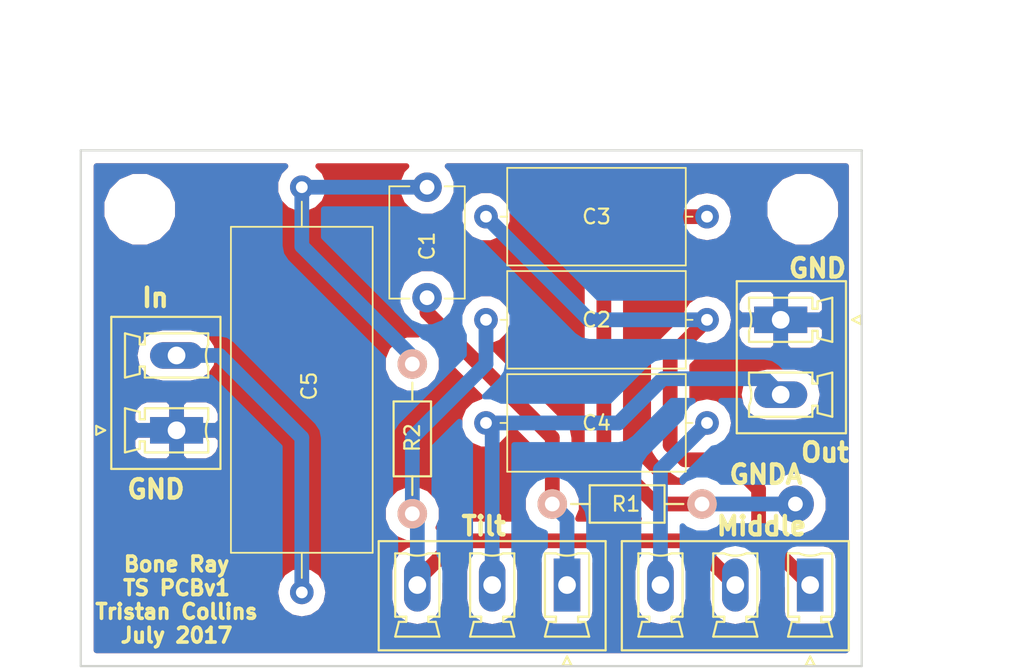
<source format=kicad_pcb>
(kicad_pcb (version 4) (host pcbnew 4.0.6)

  (general
    (links 16)
    (no_connects 0)
    (area 154.442857 87.3 227.85 132.225001)
    (thickness 1.6)
    (drawings 15)
    (tracks 45)
    (zones 0)
    (modules 14)
    (nets 10)
  )

  (page A4)
  (layers
    (0 F.Cu signal)
    (31 B.Cu signal)
    (32 B.Adhes user)
    (33 F.Adhes user)
    (34 B.Paste user)
    (35 F.Paste user)
    (36 B.SilkS user)
    (37 F.SilkS user)
    (38 B.Mask user)
    (39 F.Mask user)
    (40 Dwgs.User user)
    (41 Cmts.User user)
    (42 Eco1.User user)
    (43 Eco2.User user)
    (44 Edge.Cuts user)
    (45 Margin user)
    (46 B.CrtYd user)
    (47 F.CrtYd user)
    (48 B.Fab user)
    (49 F.Fab user)
  )

  (setup
    (last_trace_width 0.25)
    (user_trace_width 1)
    (user_trace_width 2)
    (trace_clearance 0.2)
    (zone_clearance 0.8)
    (zone_45_only no)
    (trace_min 0.2)
    (segment_width 0.2)
    (edge_width 0.15)
    (via_size 0.6)
    (via_drill 0.4)
    (via_min_size 0.4)
    (via_min_drill 0.3)
    (uvia_size 0.3)
    (uvia_drill 0.1)
    (uvias_allowed no)
    (uvia_min_size 0.2)
    (uvia_min_drill 0.1)
    (pcb_text_width 0.3)
    (pcb_text_size 1.5 1.5)
    (mod_edge_width 0.15)
    (mod_text_size 1 1)
    (mod_text_width 0.15)
    (pad_size 1.524 1.524)
    (pad_drill 0.762)
    (pad_to_mask_clearance 0.2)
    (aux_axis_origin 0 0)
    (visible_elements FFFEFF7F)
    (pcbplotparams
      (layerselection 0x010f0_80000001)
      (usegerberextensions false)
      (excludeedgelayer true)
      (linewidth 0.100000)
      (plotframeref false)
      (viasonmask false)
      (mode 1)
      (useauxorigin false)
      (hpglpennumber 1)
      (hpglpenspeed 20)
      (hpglpendiameter 15)
      (hpglpenoverlay 2)
      (psnegative false)
      (psa4output false)
      (plotreference false)
      (plotvalue false)
      (plotinvisibletext false)
      (padsonsilk false)
      (subtractmaskfromsilk false)
      (outputformat 1)
      (mirror false)
      (drillshape 0)
      (scaleselection 1)
      (outputdirectory ""))
  )

  (net 0 "")
  (net 1 "Net-(C1-Pad1)")
  (net 2 "Net-(C1-Pad2)")
  (net 3 "Net-(C2-Pad1)")
  (net 4 "Net-(C2-Pad2)")
  (net 5 GNDA)
  (net 6 "Net-(C4-Pad1)")
  (net 7 "Net-(C4-Pad2)")
  (net 8 GND)
  (net 9 "Net-(C5-Pad2)")

  (net_class Default "This is the default net class."
    (clearance 0.2)
    (trace_width 0.25)
    (via_dia 0.6)
    (via_drill 0.4)
    (uvia_dia 0.3)
    (uvia_drill 0.1)
    (add_net GND)
    (add_net GNDA)
    (add_net "Net-(C1-Pad1)")
    (add_net "Net-(C1-Pad2)")
    (add_net "Net-(C2-Pad1)")
    (add_net "Net-(C2-Pad2)")
    (add_net "Net-(C4-Pad1)")
    (add_net "Net-(C4-Pad2)")
    (add_net "Net-(C5-Pad2)")
  )

  (module Resistors_THT:Resistor_Horizontal_RM10mm (layer F.Cu) (tedit 5973B52C) (tstamp 59540571)
    (at 182.5 111.5 270)
    (descr "Resistor, Axial,  RM 10mm, 1/3W")
    (tags "Resistor Axial RM 10mm 1/3W")
    (path /5953EEE5)
    (fp_text reference R2 (at 5 0 270) (layer F.SilkS)
      (effects (font (size 1 1) (thickness 0.15)))
    )
    (fp_text value 470k (at 5.08 3.81 270) (layer F.Fab)
      (effects (font (size 1 1) (thickness 0.15)))
    )
    (fp_line (start -1.25 -1.5) (end 11.4 -1.5) (layer F.CrtYd) (width 0.05))
    (fp_line (start -1.25 1.5) (end -1.25 -1.5) (layer F.CrtYd) (width 0.05))
    (fp_line (start 11.4 -1.5) (end 11.4 1.5) (layer F.CrtYd) (width 0.05))
    (fp_line (start -1.25 1.5) (end 11.4 1.5) (layer F.CrtYd) (width 0.05))
    (fp_line (start 2.54 -1.27) (end 7.62 -1.27) (layer F.SilkS) (width 0.15))
    (fp_line (start 7.62 -1.27) (end 7.62 1.27) (layer F.SilkS) (width 0.15))
    (fp_line (start 7.62 1.27) (end 2.54 1.27) (layer F.SilkS) (width 0.15))
    (fp_line (start 2.54 1.27) (end 2.54 -1.27) (layer F.SilkS) (width 0.15))
    (fp_line (start 2.54 0) (end 1.27 0) (layer F.SilkS) (width 0.15))
    (fp_line (start 7.62 0) (end 8.89 0) (layer F.SilkS) (width 0.15))
    (pad 1 thru_hole circle (at 0 0 270) (size 1.99898 1.99898) (drill 1.00076) (layers *.Cu *.SilkS *.Mask)
      (net 1 "Net-(C1-Pad1)"))
    (pad 2 thru_hole circle (at 10.16 0 270) (size 1.99898 1.99898) (drill 1.00076) (layers *.Cu *.SilkS *.Mask)
      (net 3 "Net-(C2-Pad1)"))
    (model Resistors_ThroughHole.3dshapes/Resistor_Horizontal_RM10mm.wrl
      (at (xyz 0.2 0 0))
      (scale (xyz 0.4 0.4 0.4))
      (rotate (xyz 0 0 0))
    )
  )

  (module Connectors_Phoenix:PhoenixContact_MCV-G_02x5.08mm_Vertical (layer F.Cu) (tedit 595549B5) (tstamp 5954051B)
    (at 166.5 116 90)
    (descr "Generic Phoenix Contact connector footprint for series: MCV-G; number of pins: 02; pin pitch: 5.08mm; Vertical || order number: 1836299 8A 320V")
    (tags "phoenix_contact connector MCV_01x02_G_5.08mm")
    (path /5953F404)
    (fp_text reference J1 (at -2 4 90) (layer F.SilkS) hide
      (effects (font (size 1 1) (thickness 0.15)))
    )
    (fp_text value Screw_Terminal_1x02 (at 2.54 4.4 90) (layer F.Fab)
      (effects (font (size 1 1) (thickness 0.15)))
    )
    (fp_arc (start 0 3.85) (end -0.75 2.15) (angle 47.6) (layer F.SilkS) (width 0.15))
    (fp_arc (start 5.08 3.85) (end 4.33 2.15) (angle 47.6) (layer F.SilkS) (width 0.15))
    (fp_line (start -2.62 -4.43) (end -2.62 2.98) (layer F.SilkS) (width 0.15))
    (fp_line (start -2.62 2.98) (end 7.7 2.98) (layer F.SilkS) (width 0.15))
    (fp_line (start 7.7 2.98) (end 7.7 -4.43) (layer F.SilkS) (width 0.15))
    (fp_line (start 7.7 -4.43) (end -2.62 -4.43) (layer F.SilkS) (width 0.15))
    (fp_line (start -0.75 2.15) (end -1.5 2.15) (layer F.SilkS) (width 0.15))
    (fp_line (start -1.5 2.15) (end -1.5 -2.15) (layer F.SilkS) (width 0.15))
    (fp_line (start -1.5 -2.15) (end -0.75 -2.15) (layer F.SilkS) (width 0.15))
    (fp_line (start -0.75 -2.15) (end -0.75 -2.5) (layer F.SilkS) (width 0.15))
    (fp_line (start -0.75 -2.5) (end -1.25 -2.5) (layer F.SilkS) (width 0.15))
    (fp_line (start -1.25 -2.5) (end -1.5 -3.5) (layer F.SilkS) (width 0.15))
    (fp_line (start -1.5 -3.5) (end 1.5 -3.5) (layer F.SilkS) (width 0.15))
    (fp_line (start 1.5 -3.5) (end 1.25 -2.5) (layer F.SilkS) (width 0.15))
    (fp_line (start 1.25 -2.5) (end 0.75 -2.5) (layer F.SilkS) (width 0.15))
    (fp_line (start 0.75 -2.5) (end 0.75 -2.15) (layer F.SilkS) (width 0.15))
    (fp_line (start 0.75 -2.15) (end 0.75 -2.15) (layer F.SilkS) (width 0.15))
    (fp_line (start 0.75 -2.15) (end 1.5 -2.15) (layer F.SilkS) (width 0.15))
    (fp_line (start 1.5 -2.15) (end 1.5 2.15) (layer F.SilkS) (width 0.15))
    (fp_line (start 1.5 2.15) (end 0.75 2.15) (layer F.SilkS) (width 0.15))
    (fp_line (start 4.33 2.15) (end 3.58 2.15) (layer F.SilkS) (width 0.15))
    (fp_line (start 3.58 2.15) (end 3.58 -2.15) (layer F.SilkS) (width 0.15))
    (fp_line (start 3.58 -2.15) (end 4.33 -2.15) (layer F.SilkS) (width 0.15))
    (fp_line (start 4.33 -2.15) (end 4.33 -2.5) (layer F.SilkS) (width 0.15))
    (fp_line (start 4.33 -2.5) (end 3.83 -2.5) (layer F.SilkS) (width 0.15))
    (fp_line (start 3.83 -2.5) (end 3.58 -3.5) (layer F.SilkS) (width 0.15))
    (fp_line (start 3.58 -3.5) (end 6.58 -3.5) (layer F.SilkS) (width 0.15))
    (fp_line (start 6.58 -3.5) (end 6.33 -2.5) (layer F.SilkS) (width 0.15))
    (fp_line (start 6.33 -2.5) (end 5.83 -2.5) (layer F.SilkS) (width 0.15))
    (fp_line (start 5.83 -2.5) (end 5.83 -2.15) (layer F.SilkS) (width 0.15))
    (fp_line (start 5.83 -2.15) (end 5.83 -2.15) (layer F.SilkS) (width 0.15))
    (fp_line (start 5.83 -2.15) (end 6.58 -2.15) (layer F.SilkS) (width 0.15))
    (fp_line (start 6.58 -2.15) (end 6.58 2.15) (layer F.SilkS) (width 0.15))
    (fp_line (start 6.58 2.15) (end 5.83 2.15) (layer F.SilkS) (width 0.15))
    (fp_line (start -3.05 -4.85) (end -3.05 3.4) (layer F.CrtYd) (width 0.05))
    (fp_line (start -3.05 3.4) (end 8.1 3.4) (layer F.CrtYd) (width 0.05))
    (fp_line (start 8.1 3.4) (end 8.1 -4.85) (layer F.CrtYd) (width 0.05))
    (fp_line (start 8.1 -4.85) (end -3.05 -4.85) (layer F.CrtYd) (width 0.05))
    (fp_line (start 0 -4.85) (end 0.3 -5.45) (layer F.SilkS) (width 0.15))
    (fp_line (start 0.3 -5.45) (end -0.3 -5.45) (layer F.SilkS) (width 0.15))
    (fp_line (start -0.3 -5.45) (end 0 -4.85) (layer F.SilkS) (width 0.15))
    (pad 1 thru_hole rect (at 0 0 90) (size 1.8 3.6) (drill 1.2) (layers *.Cu *.Mask)
      (net 8 GND))
    (pad 2 thru_hole oval (at 5.08 0 90) (size 1.8 3.6) (drill 1.2) (layers *.Cu *.Mask)
      (net 9 "Net-(C5-Pad2)"))
    (model Connectors_Phoenix.3dshapes/PhoenixContact_MCV-G_02x5.08mm_Vertical.wrl
      (at (xyz 0 0 0))
      (scale (xyz 1 1 1))
      (rotate (xyz 0 0 0))
    )
  )

  (module Connectors_Phoenix:PhoenixContact_MCV-G_02x5.08mm_Vertical (layer F.Cu) (tedit 595549BE) (tstamp 5954054A)
    (at 207.5 108.5 270)
    (descr "Generic Phoenix Contact connector footprint for series: MCV-G; number of pins: 02; pin pitch: 5.08mm; Vertical || order number: 1836299 8A 320V")
    (tags "phoenix_contact connector MCV_01x02_G_5.08mm")
    (path /5953F4E0)
    (fp_text reference J2 (at -2 4 270) (layer F.SilkS) hide
      (effects (font (size 1 1) (thickness 0.15)))
    )
    (fp_text value Screw_Terminal_1x02 (at 2.54 4.4 270) (layer F.Fab)
      (effects (font (size 1 1) (thickness 0.15)))
    )
    (fp_arc (start 0 3.85) (end -0.75 2.15) (angle 47.6) (layer F.SilkS) (width 0.15))
    (fp_arc (start 5.08 3.85) (end 4.33 2.15) (angle 47.6) (layer F.SilkS) (width 0.15))
    (fp_line (start -2.62 -4.43) (end -2.62 2.98) (layer F.SilkS) (width 0.15))
    (fp_line (start -2.62 2.98) (end 7.7 2.98) (layer F.SilkS) (width 0.15))
    (fp_line (start 7.7 2.98) (end 7.7 -4.43) (layer F.SilkS) (width 0.15))
    (fp_line (start 7.7 -4.43) (end -2.62 -4.43) (layer F.SilkS) (width 0.15))
    (fp_line (start -0.75 2.15) (end -1.5 2.15) (layer F.SilkS) (width 0.15))
    (fp_line (start -1.5 2.15) (end -1.5 -2.15) (layer F.SilkS) (width 0.15))
    (fp_line (start -1.5 -2.15) (end -0.75 -2.15) (layer F.SilkS) (width 0.15))
    (fp_line (start -0.75 -2.15) (end -0.75 -2.5) (layer F.SilkS) (width 0.15))
    (fp_line (start -0.75 -2.5) (end -1.25 -2.5) (layer F.SilkS) (width 0.15))
    (fp_line (start -1.25 -2.5) (end -1.5 -3.5) (layer F.SilkS) (width 0.15))
    (fp_line (start -1.5 -3.5) (end 1.5 -3.5) (layer F.SilkS) (width 0.15))
    (fp_line (start 1.5 -3.5) (end 1.25 -2.5) (layer F.SilkS) (width 0.15))
    (fp_line (start 1.25 -2.5) (end 0.75 -2.5) (layer F.SilkS) (width 0.15))
    (fp_line (start 0.75 -2.5) (end 0.75 -2.15) (layer F.SilkS) (width 0.15))
    (fp_line (start 0.75 -2.15) (end 0.75 -2.15) (layer F.SilkS) (width 0.15))
    (fp_line (start 0.75 -2.15) (end 1.5 -2.15) (layer F.SilkS) (width 0.15))
    (fp_line (start 1.5 -2.15) (end 1.5 2.15) (layer F.SilkS) (width 0.15))
    (fp_line (start 1.5 2.15) (end 0.75 2.15) (layer F.SilkS) (width 0.15))
    (fp_line (start 4.33 2.15) (end 3.58 2.15) (layer F.SilkS) (width 0.15))
    (fp_line (start 3.58 2.15) (end 3.58 -2.15) (layer F.SilkS) (width 0.15))
    (fp_line (start 3.58 -2.15) (end 4.33 -2.15) (layer F.SilkS) (width 0.15))
    (fp_line (start 4.33 -2.15) (end 4.33 -2.5) (layer F.SilkS) (width 0.15))
    (fp_line (start 4.33 -2.5) (end 3.83 -2.5) (layer F.SilkS) (width 0.15))
    (fp_line (start 3.83 -2.5) (end 3.58 -3.5) (layer F.SilkS) (width 0.15))
    (fp_line (start 3.58 -3.5) (end 6.58 -3.5) (layer F.SilkS) (width 0.15))
    (fp_line (start 6.58 -3.5) (end 6.33 -2.5) (layer F.SilkS) (width 0.15))
    (fp_line (start 6.33 -2.5) (end 5.83 -2.5) (layer F.SilkS) (width 0.15))
    (fp_line (start 5.83 -2.5) (end 5.83 -2.15) (layer F.SilkS) (width 0.15))
    (fp_line (start 5.83 -2.15) (end 5.83 -2.15) (layer F.SilkS) (width 0.15))
    (fp_line (start 5.83 -2.15) (end 6.58 -2.15) (layer F.SilkS) (width 0.15))
    (fp_line (start 6.58 -2.15) (end 6.58 2.15) (layer F.SilkS) (width 0.15))
    (fp_line (start 6.58 2.15) (end 5.83 2.15) (layer F.SilkS) (width 0.15))
    (fp_line (start -3.05 -4.85) (end -3.05 3.4) (layer F.CrtYd) (width 0.05))
    (fp_line (start -3.05 3.4) (end 8.1 3.4) (layer F.CrtYd) (width 0.05))
    (fp_line (start 8.1 3.4) (end 8.1 -4.85) (layer F.CrtYd) (width 0.05))
    (fp_line (start 8.1 -4.85) (end -3.05 -4.85) (layer F.CrtYd) (width 0.05))
    (fp_line (start 0 -4.85) (end 0.3 -5.45) (layer F.SilkS) (width 0.15))
    (fp_line (start 0.3 -5.45) (end -0.3 -5.45) (layer F.SilkS) (width 0.15))
    (fp_line (start -0.3 -5.45) (end 0 -4.85) (layer F.SilkS) (width 0.15))
    (pad 1 thru_hole rect (at 0 0 270) (size 1.8 3.6) (drill 1.2) (layers *.Cu *.Mask)
      (net 8 GND))
    (pad 2 thru_hole oval (at 5.08 0 270) (size 1.8 3.6) (drill 1.2) (layers *.Cu *.Mask)
      (net 6 "Net-(C4-Pad1)"))
    (model Connectors_Phoenix.3dshapes/PhoenixContact_MCV-G_02x5.08mm_Vertical.wrl
      (at (xyz 0 0 0))
      (scale (xyz 1 1 1))
      (rotate (xyz 0 0 0))
    )
  )

  (module Resistors_THT:Resistor_Horizontal_RM10mm (layer F.Cu) (tedit 5973B525) (tstamp 59540561)
    (at 192 121)
    (descr "Resistor, Axial,  RM 10mm, 1/3W")
    (tags "Resistor Axial RM 10mm 1/3W")
    (path /5953EEA9)
    (fp_text reference R1 (at 5 0) (layer F.SilkS)
      (effects (font (size 1 1) (thickness 0.15)))
    )
    (fp_text value 470k (at 5.08 3.81) (layer F.Fab)
      (effects (font (size 1 1) (thickness 0.15)))
    )
    (fp_line (start -1.25 -1.5) (end 11.4 -1.5) (layer F.CrtYd) (width 0.05))
    (fp_line (start -1.25 1.5) (end -1.25 -1.5) (layer F.CrtYd) (width 0.05))
    (fp_line (start 11.4 -1.5) (end 11.4 1.5) (layer F.CrtYd) (width 0.05))
    (fp_line (start -1.25 1.5) (end 11.4 1.5) (layer F.CrtYd) (width 0.05))
    (fp_line (start 2.54 -1.27) (end 7.62 -1.27) (layer F.SilkS) (width 0.15))
    (fp_line (start 7.62 -1.27) (end 7.62 1.27) (layer F.SilkS) (width 0.15))
    (fp_line (start 7.62 1.27) (end 2.54 1.27) (layer F.SilkS) (width 0.15))
    (fp_line (start 2.54 1.27) (end 2.54 -1.27) (layer F.SilkS) (width 0.15))
    (fp_line (start 2.54 0) (end 1.27 0) (layer F.SilkS) (width 0.15))
    (fp_line (start 7.62 0) (end 8.89 0) (layer F.SilkS) (width 0.15))
    (pad 1 thru_hole circle (at 0 0) (size 1.99898 1.99898) (drill 1.00076) (layers *.Cu *.SilkS *.Mask)
      (net 2 "Net-(C1-Pad2)"))
    (pad 2 thru_hole circle (at 10.16 0) (size 1.99898 1.99898) (drill 1.00076) (layers *.Cu *.SilkS *.Mask)
      (net 5 GNDA))
    (model Resistors_ThroughHole.3dshapes/Resistor_Horizontal_RM10mm.wrl
      (at (xyz 0.2 0 0))
      (scale (xyz 0.4 0.4 0.4))
      (rotate (xyz 0 0 0))
    )
  )

  (module Connectors_Phoenix:PhoenixContact_MCV-G_03x5.08mm_Vertical (layer F.Cu) (tedit 595549AC) (tstamp 595405B0)
    (at 193 126.5 180)
    (descr "Generic Phoenix Contact connector footprint for series: MCV-G; number of pins: 03; pin pitch: 5.08mm; Vertical || order number: 1836309 8A 320V")
    (tags "phoenix_contact connector MCV_01x03_G_5.08mm")
    (path /5953F006)
    (fp_text reference RV1 (at 13.5 4 180) (layer F.SilkS) hide
      (effects (font (size 1 1) (thickness 0.15)))
    )
    (fp_text value 1M (at 5.08 4.4 180) (layer F.Fab)
      (effects (font (size 1 1) (thickness 0.15)))
    )
    (fp_arc (start 0 3.85) (end -0.75 2.15) (angle 47.6) (layer F.SilkS) (width 0.15))
    (fp_arc (start 5.08 3.85) (end 4.33 2.15) (angle 47.6) (layer F.SilkS) (width 0.15))
    (fp_arc (start 10.16 3.85) (end 9.41 2.15) (angle 47.6) (layer F.SilkS) (width 0.15))
    (fp_line (start -2.62 -4.43) (end -2.62 2.98) (layer F.SilkS) (width 0.15))
    (fp_line (start -2.62 2.98) (end 12.78 2.98) (layer F.SilkS) (width 0.15))
    (fp_line (start 12.78 2.98) (end 12.78 -4.43) (layer F.SilkS) (width 0.15))
    (fp_line (start 12.78 -4.43) (end -2.62 -4.43) (layer F.SilkS) (width 0.15))
    (fp_line (start -0.75 2.15) (end -1.5 2.15) (layer F.SilkS) (width 0.15))
    (fp_line (start -1.5 2.15) (end -1.5 -2.15) (layer F.SilkS) (width 0.15))
    (fp_line (start -1.5 -2.15) (end -0.75 -2.15) (layer F.SilkS) (width 0.15))
    (fp_line (start -0.75 -2.15) (end -0.75 -2.5) (layer F.SilkS) (width 0.15))
    (fp_line (start -0.75 -2.5) (end -1.25 -2.5) (layer F.SilkS) (width 0.15))
    (fp_line (start -1.25 -2.5) (end -1.5 -3.5) (layer F.SilkS) (width 0.15))
    (fp_line (start -1.5 -3.5) (end 1.5 -3.5) (layer F.SilkS) (width 0.15))
    (fp_line (start 1.5 -3.5) (end 1.25 -2.5) (layer F.SilkS) (width 0.15))
    (fp_line (start 1.25 -2.5) (end 0.75 -2.5) (layer F.SilkS) (width 0.15))
    (fp_line (start 0.75 -2.5) (end 0.75 -2.15) (layer F.SilkS) (width 0.15))
    (fp_line (start 0.75 -2.15) (end 0.75 -2.15) (layer F.SilkS) (width 0.15))
    (fp_line (start 0.75 -2.15) (end 1.5 -2.15) (layer F.SilkS) (width 0.15))
    (fp_line (start 1.5 -2.15) (end 1.5 2.15) (layer F.SilkS) (width 0.15))
    (fp_line (start 1.5 2.15) (end 0.75 2.15) (layer F.SilkS) (width 0.15))
    (fp_line (start 4.33 2.15) (end 3.58 2.15) (layer F.SilkS) (width 0.15))
    (fp_line (start 3.58 2.15) (end 3.58 -2.15) (layer F.SilkS) (width 0.15))
    (fp_line (start 3.58 -2.15) (end 4.33 -2.15) (layer F.SilkS) (width 0.15))
    (fp_line (start 4.33 -2.15) (end 4.33 -2.5) (layer F.SilkS) (width 0.15))
    (fp_line (start 4.33 -2.5) (end 3.83 -2.5) (layer F.SilkS) (width 0.15))
    (fp_line (start 3.83 -2.5) (end 3.58 -3.5) (layer F.SilkS) (width 0.15))
    (fp_line (start 3.58 -3.5) (end 6.58 -3.5) (layer F.SilkS) (width 0.15))
    (fp_line (start 6.58 -3.5) (end 6.33 -2.5) (layer F.SilkS) (width 0.15))
    (fp_line (start 6.33 -2.5) (end 5.83 -2.5) (layer F.SilkS) (width 0.15))
    (fp_line (start 5.83 -2.5) (end 5.83 -2.15) (layer F.SilkS) (width 0.15))
    (fp_line (start 5.83 -2.15) (end 5.83 -2.15) (layer F.SilkS) (width 0.15))
    (fp_line (start 5.83 -2.15) (end 6.58 -2.15) (layer F.SilkS) (width 0.15))
    (fp_line (start 6.58 -2.15) (end 6.58 2.15) (layer F.SilkS) (width 0.15))
    (fp_line (start 6.58 2.15) (end 5.83 2.15) (layer F.SilkS) (width 0.15))
    (fp_line (start 9.41 2.15) (end 8.66 2.15) (layer F.SilkS) (width 0.15))
    (fp_line (start 8.66 2.15) (end 8.66 -2.15) (layer F.SilkS) (width 0.15))
    (fp_line (start 8.66 -2.15) (end 9.41 -2.15) (layer F.SilkS) (width 0.15))
    (fp_line (start 9.41 -2.15) (end 9.41 -2.5) (layer F.SilkS) (width 0.15))
    (fp_line (start 9.41 -2.5) (end 8.91 -2.5) (layer F.SilkS) (width 0.15))
    (fp_line (start 8.91 -2.5) (end 8.66 -3.5) (layer F.SilkS) (width 0.15))
    (fp_line (start 8.66 -3.5) (end 11.66 -3.5) (layer F.SilkS) (width 0.15))
    (fp_line (start 11.66 -3.5) (end 11.41 -2.5) (layer F.SilkS) (width 0.15))
    (fp_line (start 11.41 -2.5) (end 10.91 -2.5) (layer F.SilkS) (width 0.15))
    (fp_line (start 10.91 -2.5) (end 10.91 -2.15) (layer F.SilkS) (width 0.15))
    (fp_line (start 10.91 -2.15) (end 10.91 -2.15) (layer F.SilkS) (width 0.15))
    (fp_line (start 10.91 -2.15) (end 11.66 -2.15) (layer F.SilkS) (width 0.15))
    (fp_line (start 11.66 -2.15) (end 11.66 2.15) (layer F.SilkS) (width 0.15))
    (fp_line (start 11.66 2.15) (end 10.91 2.15) (layer F.SilkS) (width 0.15))
    (fp_line (start -3.05 -4.85) (end -3.05 3.4) (layer F.CrtYd) (width 0.05))
    (fp_line (start -3.05 3.4) (end 13.2 3.4) (layer F.CrtYd) (width 0.05))
    (fp_line (start 13.2 3.4) (end 13.2 -4.85) (layer F.CrtYd) (width 0.05))
    (fp_line (start 13.2 -4.85) (end -3.05 -4.85) (layer F.CrtYd) (width 0.05))
    (fp_line (start 0 -4.85) (end 0.3 -5.45) (layer F.SilkS) (width 0.15))
    (fp_line (start 0.3 -5.45) (end -0.3 -5.45) (layer F.SilkS) (width 0.15))
    (fp_line (start -0.3 -5.45) (end 0 -4.85) (layer F.SilkS) (width 0.15))
    (pad 1 thru_hole rect (at 0 0 180) (size 1.8 3.6) (drill 1.2) (layers *.Cu *.Mask)
      (net 2 "Net-(C1-Pad2)"))
    (pad 2 thru_hole oval (at 5.08 0 180) (size 1.8 3.6) (drill 1.2) (layers *.Cu *.Mask)
      (net 6 "Net-(C4-Pad1)"))
    (pad 3 thru_hole oval (at 10.16 0 180) (size 1.8 3.6) (drill 1.2) (layers *.Cu *.Mask)
      (net 3 "Net-(C2-Pad1)"))
    (model Connectors_Phoenix.3dshapes/PhoenixContact_MCV-G_03x5.08mm_Vertical.wrl
      (at (xyz 0 0 0))
      (scale (xyz 1 1 1))
      (rotate (xyz 0 0 0))
    )
  )

  (module Connectors_Phoenix:PhoenixContact_MCV-G_03x5.08mm_Vertical (layer F.Cu) (tedit 595549AF) (tstamp 595405EF)
    (at 209.5 126.5 180)
    (descr "Generic Phoenix Contact connector footprint for series: MCV-G; number of pins: 03; pin pitch: 5.08mm; Vertical || order number: 1836309 8A 320V")
    (tags "phoenix_contact connector MCV_01x03_G_5.08mm")
    (path /5953F066)
    (fp_text reference RV2 (at 13.5 4 180) (layer F.SilkS) hide
      (effects (font (size 1 1) (thickness 0.15)))
    )
    (fp_text value "1M log" (at 5.08 4.4 180) (layer F.Fab)
      (effects (font (size 1 1) (thickness 0.15)))
    )
    (fp_arc (start 0 3.85) (end -0.75 2.15) (angle 47.6) (layer F.SilkS) (width 0.15))
    (fp_arc (start 5.08 3.85) (end 4.33 2.15) (angle 47.6) (layer F.SilkS) (width 0.15))
    (fp_arc (start 10.16 3.85) (end 9.41 2.15) (angle 47.6) (layer F.SilkS) (width 0.15))
    (fp_line (start -2.62 -4.43) (end -2.62 2.98) (layer F.SilkS) (width 0.15))
    (fp_line (start -2.62 2.98) (end 12.78 2.98) (layer F.SilkS) (width 0.15))
    (fp_line (start 12.78 2.98) (end 12.78 -4.43) (layer F.SilkS) (width 0.15))
    (fp_line (start 12.78 -4.43) (end -2.62 -4.43) (layer F.SilkS) (width 0.15))
    (fp_line (start -0.75 2.15) (end -1.5 2.15) (layer F.SilkS) (width 0.15))
    (fp_line (start -1.5 2.15) (end -1.5 -2.15) (layer F.SilkS) (width 0.15))
    (fp_line (start -1.5 -2.15) (end -0.75 -2.15) (layer F.SilkS) (width 0.15))
    (fp_line (start -0.75 -2.15) (end -0.75 -2.5) (layer F.SilkS) (width 0.15))
    (fp_line (start -0.75 -2.5) (end -1.25 -2.5) (layer F.SilkS) (width 0.15))
    (fp_line (start -1.25 -2.5) (end -1.5 -3.5) (layer F.SilkS) (width 0.15))
    (fp_line (start -1.5 -3.5) (end 1.5 -3.5) (layer F.SilkS) (width 0.15))
    (fp_line (start 1.5 -3.5) (end 1.25 -2.5) (layer F.SilkS) (width 0.15))
    (fp_line (start 1.25 -2.5) (end 0.75 -2.5) (layer F.SilkS) (width 0.15))
    (fp_line (start 0.75 -2.5) (end 0.75 -2.15) (layer F.SilkS) (width 0.15))
    (fp_line (start 0.75 -2.15) (end 0.75 -2.15) (layer F.SilkS) (width 0.15))
    (fp_line (start 0.75 -2.15) (end 1.5 -2.15) (layer F.SilkS) (width 0.15))
    (fp_line (start 1.5 -2.15) (end 1.5 2.15) (layer F.SilkS) (width 0.15))
    (fp_line (start 1.5 2.15) (end 0.75 2.15) (layer F.SilkS) (width 0.15))
    (fp_line (start 4.33 2.15) (end 3.58 2.15) (layer F.SilkS) (width 0.15))
    (fp_line (start 3.58 2.15) (end 3.58 -2.15) (layer F.SilkS) (width 0.15))
    (fp_line (start 3.58 -2.15) (end 4.33 -2.15) (layer F.SilkS) (width 0.15))
    (fp_line (start 4.33 -2.15) (end 4.33 -2.5) (layer F.SilkS) (width 0.15))
    (fp_line (start 4.33 -2.5) (end 3.83 -2.5) (layer F.SilkS) (width 0.15))
    (fp_line (start 3.83 -2.5) (end 3.58 -3.5) (layer F.SilkS) (width 0.15))
    (fp_line (start 3.58 -3.5) (end 6.58 -3.5) (layer F.SilkS) (width 0.15))
    (fp_line (start 6.58 -3.5) (end 6.33 -2.5) (layer F.SilkS) (width 0.15))
    (fp_line (start 6.33 -2.5) (end 5.83 -2.5) (layer F.SilkS) (width 0.15))
    (fp_line (start 5.83 -2.5) (end 5.83 -2.15) (layer F.SilkS) (width 0.15))
    (fp_line (start 5.83 -2.15) (end 5.83 -2.15) (layer F.SilkS) (width 0.15))
    (fp_line (start 5.83 -2.15) (end 6.58 -2.15) (layer F.SilkS) (width 0.15))
    (fp_line (start 6.58 -2.15) (end 6.58 2.15) (layer F.SilkS) (width 0.15))
    (fp_line (start 6.58 2.15) (end 5.83 2.15) (layer F.SilkS) (width 0.15))
    (fp_line (start 9.41 2.15) (end 8.66 2.15) (layer F.SilkS) (width 0.15))
    (fp_line (start 8.66 2.15) (end 8.66 -2.15) (layer F.SilkS) (width 0.15))
    (fp_line (start 8.66 -2.15) (end 9.41 -2.15) (layer F.SilkS) (width 0.15))
    (fp_line (start 9.41 -2.15) (end 9.41 -2.5) (layer F.SilkS) (width 0.15))
    (fp_line (start 9.41 -2.5) (end 8.91 -2.5) (layer F.SilkS) (width 0.15))
    (fp_line (start 8.91 -2.5) (end 8.66 -3.5) (layer F.SilkS) (width 0.15))
    (fp_line (start 8.66 -3.5) (end 11.66 -3.5) (layer F.SilkS) (width 0.15))
    (fp_line (start 11.66 -3.5) (end 11.41 -2.5) (layer F.SilkS) (width 0.15))
    (fp_line (start 11.41 -2.5) (end 10.91 -2.5) (layer F.SilkS) (width 0.15))
    (fp_line (start 10.91 -2.5) (end 10.91 -2.15) (layer F.SilkS) (width 0.15))
    (fp_line (start 10.91 -2.15) (end 10.91 -2.15) (layer F.SilkS) (width 0.15))
    (fp_line (start 10.91 -2.15) (end 11.66 -2.15) (layer F.SilkS) (width 0.15))
    (fp_line (start 11.66 -2.15) (end 11.66 2.15) (layer F.SilkS) (width 0.15))
    (fp_line (start 11.66 2.15) (end 10.91 2.15) (layer F.SilkS) (width 0.15))
    (fp_line (start -3.05 -4.85) (end -3.05 3.4) (layer F.CrtYd) (width 0.05))
    (fp_line (start -3.05 3.4) (end 13.2 3.4) (layer F.CrtYd) (width 0.05))
    (fp_line (start 13.2 3.4) (end 13.2 -4.85) (layer F.CrtYd) (width 0.05))
    (fp_line (start 13.2 -4.85) (end -3.05 -4.85) (layer F.CrtYd) (width 0.05))
    (fp_line (start 0 -4.85) (end 0.3 -5.45) (layer F.SilkS) (width 0.15))
    (fp_line (start 0.3 -5.45) (end -0.3 -5.45) (layer F.SilkS) (width 0.15))
    (fp_line (start -0.3 -5.45) (end 0 -4.85) (layer F.SilkS) (width 0.15))
    (pad 1 thru_hole rect (at 0 0 180) (size 1.8 3.6) (drill 1.2) (layers *.Cu *.Mask)
      (net 4 "Net-(C2-Pad2)"))
    (pad 2 thru_hole oval (at 5.08 0 180) (size 1.8 3.6) (drill 1.2) (layers *.Cu *.Mask)
      (net 3 "Net-(C2-Pad1)"))
    (pad 3 thru_hole oval (at 10.16 0 180) (size 1.8 3.6) (drill 1.2) (layers *.Cu *.Mask)
      (net 7 "Net-(C4-Pad2)"))
    (model Connectors_Phoenix.3dshapes/PhoenixContact_MCV-G_03x5.08mm_Vertical.wrl
      (at (xyz 0 0 0))
      (scale (xyz 1 1 1))
      (rotate (xyz 0 0 0))
    )
  )

  (module Wire_Pads:SolderWirePad_single_1mmDrill (layer F.Cu) (tedit 595549C1) (tstamp 59540786)
    (at 208.5 121)
    (path /5953F394)
    (fp_text reference J3 (at 0 -2.5) (layer F.SilkS) hide
      (effects (font (size 1 1) (thickness 0.15)))
    )
    (fp_text value Screw_Terminal_1x01 (at -1.905 3.175) (layer F.Fab)
      (effects (font (size 1 1) (thickness 0.15)))
    )
    (pad 1 thru_hole circle (at 0 0) (size 2.49936 2.49936) (drill 1.00076) (layers *.Cu *.Mask)
      (net 5 GNDA))
  )

  (module Capacitors_THT:C_Disc_D7.5mm_W5.0mm_P7.50mm (layer F.Cu) (tedit 5973B530) (tstamp 59553AF4)
    (at 183.5 99.5 270)
    (descr "C, Disc series, Radial, pin pitch=7.50mm, , diameter*width=7.5*5.0mm^2, Capacitor, http://www.vishay.com/docs/28535/vy2series.pdf")
    (tags "C Disc series Radial pin pitch 7.50mm  diameter 7.5mm width 5.0mm Capacitor")
    (path /5953EF10)
    (fp_text reference C1 (at 4 0 270) (layer F.SilkS)
      (effects (font (size 1 1) (thickness 0.15)))
    )
    (fp_text value 220p (at 3.75 3.56 270) (layer F.Fab)
      (effects (font (size 1 1) (thickness 0.15)))
    )
    (fp_line (start 0 -2.5) (end 0 2.5) (layer F.Fab) (width 0.1))
    (fp_line (start 0 2.5) (end 7.5 2.5) (layer F.Fab) (width 0.1))
    (fp_line (start 7.5 2.5) (end 7.5 -2.5) (layer F.Fab) (width 0.1))
    (fp_line (start 7.5 -2.5) (end 0 -2.5) (layer F.Fab) (width 0.1))
    (fp_line (start -0.06 -2.56) (end 7.56 -2.56) (layer F.SilkS) (width 0.12))
    (fp_line (start -0.06 2.56) (end 7.56 2.56) (layer F.SilkS) (width 0.12))
    (fp_line (start -0.06 -2.56) (end -0.06 -1.195) (layer F.SilkS) (width 0.12))
    (fp_line (start -0.06 1.195) (end -0.06 2.56) (layer F.SilkS) (width 0.12))
    (fp_line (start 7.56 -2.56) (end 7.56 -1.195) (layer F.SilkS) (width 0.12))
    (fp_line (start 7.56 1.195) (end 7.56 2.56) (layer F.SilkS) (width 0.12))
    (fp_line (start -1.25 -2.85) (end -1.25 2.85) (layer F.CrtYd) (width 0.05))
    (fp_line (start -1.25 2.85) (end 8.75 2.85) (layer F.CrtYd) (width 0.05))
    (fp_line (start 8.75 2.85) (end 8.75 -2.85) (layer F.CrtYd) (width 0.05))
    (fp_line (start 8.75 -2.85) (end -1.25 -2.85) (layer F.CrtYd) (width 0.05))
    (pad 1 thru_hole circle (at 0 0 270) (size 2 2) (drill 1) (layers *.Cu *.Mask)
      (net 1 "Net-(C1-Pad1)"))
    (pad 2 thru_hole circle (at 7.5 0 270) (size 2 2) (drill 1) (layers *.Cu *.Mask)
      (net 2 "Net-(C1-Pad2)"))
    (model Capacitors_THT.3dshapes/C_Disc_D7.5mm_W5.0mm_P7.50mm.wrl
      (at (xyz 0 0 0))
      (scale (xyz 0.393701 0.393701 0.393701))
      (rotate (xyz 0 0 0))
    )
  )

  (module Mounting_Holes:MountingHole_3.2mm_M3 locked (layer F.Cu) (tedit 59554952) (tstamp 59554800)
    (at 164 101)
    (descr "Mounting Hole 3.2mm, no annular, M3")
    (tags "mounting hole 3.2mm no annular m3")
    (fp_text reference REF** (at 0 -4.2) (layer F.SilkS) hide
      (effects (font (size 1 1) (thickness 0.15)))
    )
    (fp_text value MountingHole_3.2mm_M3 (at 0 4.2) (layer F.Fab)
      (effects (font (size 1 1) (thickness 0.15)))
    )
    (fp_circle (center 0 0) (end 3.2 0) (layer Cmts.User) (width 0.15))
    (fp_circle (center 0 0) (end 3.45 0) (layer F.CrtYd) (width 0.05))
    (pad 1 np_thru_hole circle (at 0 0) (size 3.2 3.2) (drill 3.2) (layers *.Cu *.Mask))
  )

  (module Mounting_Holes:MountingHole_3.2mm_M3 (layer F.Cu) (tedit 59554955) (tstamp 59554801)
    (at 209 101)
    (descr "Mounting Hole 3.2mm, no annular, M3")
    (tags "mounting hole 3.2mm no annular m3")
    (fp_text reference REF** (at 0 -4.2) (layer F.SilkS) hide
      (effects (font (size 1 1) (thickness 0.15)))
    )
    (fp_text value MountingHole_3.2mm_M3 (at 0 4.2) (layer F.Fab)
      (effects (font (size 1 1) (thickness 0.15)))
    )
    (fp_circle (center 0 0) (end 3.2 0) (layer Cmts.User) (width 0.15))
    (fp_circle (center 0 0) (end 3.45 0) (layer F.CrtYd) (width 0.05))
    (pad 1 np_thru_hole circle (at 0 0) (size 3.2 3.2) (drill 3.2) (layers *.Cu *.Mask))
  )

  (module Capacitors_THT:C_Axial_L22.0mm_D9.5mm_P27.50mm_Horizontal (layer F.Cu) (tedit 5973B52A) (tstamp 595800D5)
    (at 175 99.5 270)
    (descr "C, Axial series, Axial, Horizontal, pin pitch=27.5mm, , length*diameter=22*9.5mm^2, http://cdn-reichelt.de/documents/datenblatt/B300/STYROFLEX.pdf")
    (tags "C Axial series Axial Horizontal pin pitch 27.5mm  length 22mm diameter 9.5mm")
    (path /595801C5)
    (fp_text reference C5 (at 13.5 -0.5 270) (layer F.SilkS)
      (effects (font (size 1 1) (thickness 0.15)))
    )
    (fp_text value 100n (at 13.75 5.81 270) (layer F.Fab)
      (effects (font (size 1 1) (thickness 0.15)))
    )
    (fp_line (start 2.75 -4.75) (end 2.75 4.75) (layer F.Fab) (width 0.1))
    (fp_line (start 2.75 4.75) (end 24.75 4.75) (layer F.Fab) (width 0.1))
    (fp_line (start 24.75 4.75) (end 24.75 -4.75) (layer F.Fab) (width 0.1))
    (fp_line (start 24.75 -4.75) (end 2.75 -4.75) (layer F.Fab) (width 0.1))
    (fp_line (start 0 0) (end 2.75 0) (layer F.Fab) (width 0.1))
    (fp_line (start 27.5 0) (end 24.75 0) (layer F.Fab) (width 0.1))
    (fp_line (start 2.69 -4.81) (end 2.69 4.81) (layer F.SilkS) (width 0.12))
    (fp_line (start 2.69 4.81) (end 24.81 4.81) (layer F.SilkS) (width 0.12))
    (fp_line (start 24.81 4.81) (end 24.81 -4.81) (layer F.SilkS) (width 0.12))
    (fp_line (start 24.81 -4.81) (end 2.69 -4.81) (layer F.SilkS) (width 0.12))
    (fp_line (start 0.98 0) (end 2.69 0) (layer F.SilkS) (width 0.12))
    (fp_line (start 26.52 0) (end 24.81 0) (layer F.SilkS) (width 0.12))
    (fp_line (start -1.05 -5.1) (end -1.05 5.1) (layer F.CrtYd) (width 0.05))
    (fp_line (start -1.05 5.1) (end 28.55 5.1) (layer F.CrtYd) (width 0.05))
    (fp_line (start 28.55 5.1) (end 28.55 -5.1) (layer F.CrtYd) (width 0.05))
    (fp_line (start 28.55 -5.1) (end -1.05 -5.1) (layer F.CrtYd) (width 0.05))
    (pad 1 thru_hole circle (at 0 0 270) (size 1.6 1.6) (drill 0.8) (layers *.Cu *.Mask)
      (net 1 "Net-(C1-Pad1)"))
    (pad 2 thru_hole oval (at 27.5 0 270) (size 1.6 1.6) (drill 0.8) (layers *.Cu *.Mask)
      (net 9 "Net-(C5-Pad2)"))
    (model Capacitors_THT.3dshapes/C_Axial_L22.0mm_D9.5mm_P27.50mm_Horizontal.wrl
      (at (xyz 0 0 0))
      (scale (xyz 0.393701 0.393701 0.393701))
      (rotate (xyz 0 0 0))
    )
  )

  (module Capacitors_THT:C_Axial_L12.0mm_D6.5mm_P15.00mm_Horizontal (layer F.Cu) (tedit 5973B51D) (tstamp 5973B209)
    (at 187.5 108.5)
    (descr "C, Axial series, Axial, Horizontal, pin pitch=15mm, , length*diameter=12*6.5mm^2, http://cdn-reichelt.de/documents/datenblatt/B300/STYROFLEX.pdf")
    (tags "C Axial series Axial Horizontal pin pitch 15mm  length 12mm diameter 6.5mm")
    (path /5953EF64)
    (fp_text reference C2 (at 7.5 0) (layer F.SilkS)
      (effects (font (size 1 1) (thickness 0.15)))
    )
    (fp_text value 1n (at 7.5 4.31) (layer F.Fab)
      (effects (font (size 1 1) (thickness 0.15)))
    )
    (fp_line (start 1.5 -3.25) (end 1.5 3.25) (layer F.Fab) (width 0.1))
    (fp_line (start 1.5 3.25) (end 13.5 3.25) (layer F.Fab) (width 0.1))
    (fp_line (start 13.5 3.25) (end 13.5 -3.25) (layer F.Fab) (width 0.1))
    (fp_line (start 13.5 -3.25) (end 1.5 -3.25) (layer F.Fab) (width 0.1))
    (fp_line (start 0 0) (end 1.5 0) (layer F.Fab) (width 0.1))
    (fp_line (start 15 0) (end 13.5 0) (layer F.Fab) (width 0.1))
    (fp_line (start 1.44 -3.31) (end 1.44 3.31) (layer F.SilkS) (width 0.12))
    (fp_line (start 1.44 3.31) (end 13.56 3.31) (layer F.SilkS) (width 0.12))
    (fp_line (start 13.56 3.31) (end 13.56 -3.31) (layer F.SilkS) (width 0.12))
    (fp_line (start 13.56 -3.31) (end 1.44 -3.31) (layer F.SilkS) (width 0.12))
    (fp_line (start 0.98 0) (end 1.44 0) (layer F.SilkS) (width 0.12))
    (fp_line (start 14.02 0) (end 13.56 0) (layer F.SilkS) (width 0.12))
    (fp_line (start -1.05 -3.6) (end -1.05 3.6) (layer F.CrtYd) (width 0.05))
    (fp_line (start -1.05 3.6) (end 16.05 3.6) (layer F.CrtYd) (width 0.05))
    (fp_line (start 16.05 3.6) (end 16.05 -3.6) (layer F.CrtYd) (width 0.05))
    (fp_line (start 16.05 -3.6) (end -1.05 -3.6) (layer F.CrtYd) (width 0.05))
    (pad 1 thru_hole circle (at 0 0) (size 1.6 1.6) (drill 0.8) (layers *.Cu *.Mask)
      (net 3 "Net-(C2-Pad1)"))
    (pad 2 thru_hole oval (at 15 0) (size 1.6 1.6) (drill 0.8) (layers *.Cu *.Mask)
      (net 4 "Net-(C2-Pad2)"))
    (model Capacitors_THT.3dshapes/C_Axial_L12.0mm_D6.5mm_P15.00mm_Horizontal.wrl
      (at (xyz 0 0 0))
      (scale (xyz 0.393701 0.393701 0.393701))
      (rotate (xyz 0 0 0))
    )
  )

  (module Capacitors_THT:C_Axial_L12.0mm_D6.5mm_P15.00mm_Horizontal (layer F.Cu) (tedit 5973B518) (tstamp 5973B20E)
    (at 187.5 101.5)
    (descr "C, Axial series, Axial, Horizontal, pin pitch=15mm, , length*diameter=12*6.5mm^2, http://cdn-reichelt.de/documents/datenblatt/B300/STYROFLEX.pdf")
    (tags "C Axial series Axial Horizontal pin pitch 15mm  length 12mm diameter 6.5mm")
    (path /5953EF9C)
    (fp_text reference C3 (at 7.5 0) (layer F.SilkS)
      (effects (font (size 1 1) (thickness 0.15)))
    )
    (fp_text value 4.7n (at 7.5 4.31) (layer F.Fab)
      (effects (font (size 1 1) (thickness 0.15)))
    )
    (fp_line (start 1.5 -3.25) (end 1.5 3.25) (layer F.Fab) (width 0.1))
    (fp_line (start 1.5 3.25) (end 13.5 3.25) (layer F.Fab) (width 0.1))
    (fp_line (start 13.5 3.25) (end 13.5 -3.25) (layer F.Fab) (width 0.1))
    (fp_line (start 13.5 -3.25) (end 1.5 -3.25) (layer F.Fab) (width 0.1))
    (fp_line (start 0 0) (end 1.5 0) (layer F.Fab) (width 0.1))
    (fp_line (start 15 0) (end 13.5 0) (layer F.Fab) (width 0.1))
    (fp_line (start 1.44 -3.31) (end 1.44 3.31) (layer F.SilkS) (width 0.12))
    (fp_line (start 1.44 3.31) (end 13.56 3.31) (layer F.SilkS) (width 0.12))
    (fp_line (start 13.56 3.31) (end 13.56 -3.31) (layer F.SilkS) (width 0.12))
    (fp_line (start 13.56 -3.31) (end 1.44 -3.31) (layer F.SilkS) (width 0.12))
    (fp_line (start 0.98 0) (end 1.44 0) (layer F.SilkS) (width 0.12))
    (fp_line (start 14.02 0) (end 13.56 0) (layer F.SilkS) (width 0.12))
    (fp_line (start -1.05 -3.6) (end -1.05 3.6) (layer F.CrtYd) (width 0.05))
    (fp_line (start -1.05 3.6) (end 16.05 3.6) (layer F.CrtYd) (width 0.05))
    (fp_line (start 16.05 3.6) (end 16.05 -3.6) (layer F.CrtYd) (width 0.05))
    (fp_line (start 16.05 -3.6) (end -1.05 -3.6) (layer F.CrtYd) (width 0.05))
    (pad 1 thru_hole circle (at 0 0) (size 1.6 1.6) (drill 0.8) (layers *.Cu *.Mask)
      (net 4 "Net-(C2-Pad2)"))
    (pad 2 thru_hole oval (at 15 0) (size 1.6 1.6) (drill 0.8) (layers *.Cu *.Mask)
      (net 5 GNDA))
    (model Capacitors_THT.3dshapes/C_Axial_L12.0mm_D6.5mm_P15.00mm_Horizontal.wrl
      (at (xyz 0 0 0))
      (scale (xyz 0.393701 0.393701 0.393701))
      (rotate (xyz 0 0 0))
    )
  )

  (module Capacitors_THT:C_Axial_L12.0mm_D6.5mm_P15.00mm_Horizontal (layer F.Cu) (tedit 5973B521) (tstamp 5973B213)
    (at 187.5 115.5)
    (descr "C, Axial series, Axial, Horizontal, pin pitch=15mm, , length*diameter=12*6.5mm^2, http://cdn-reichelt.de/documents/datenblatt/B300/STYROFLEX.pdf")
    (tags "C Axial series Axial Horizontal pin pitch 15mm  length 12mm diameter 6.5mm")
    (path /5953EFC2)
    (fp_text reference C4 (at 7.5 0) (layer F.SilkS)
      (effects (font (size 1 1) (thickness 0.15)))
    )
    (fp_text value 4.7n (at 7.5 4.31) (layer F.Fab)
      (effects (font (size 1 1) (thickness 0.15)))
    )
    (fp_line (start 1.5 -3.25) (end 1.5 3.25) (layer F.Fab) (width 0.1))
    (fp_line (start 1.5 3.25) (end 13.5 3.25) (layer F.Fab) (width 0.1))
    (fp_line (start 13.5 3.25) (end 13.5 -3.25) (layer F.Fab) (width 0.1))
    (fp_line (start 13.5 -3.25) (end 1.5 -3.25) (layer F.Fab) (width 0.1))
    (fp_line (start 0 0) (end 1.5 0) (layer F.Fab) (width 0.1))
    (fp_line (start 15 0) (end 13.5 0) (layer F.Fab) (width 0.1))
    (fp_line (start 1.44 -3.31) (end 1.44 3.31) (layer F.SilkS) (width 0.12))
    (fp_line (start 1.44 3.31) (end 13.56 3.31) (layer F.SilkS) (width 0.12))
    (fp_line (start 13.56 3.31) (end 13.56 -3.31) (layer F.SilkS) (width 0.12))
    (fp_line (start 13.56 -3.31) (end 1.44 -3.31) (layer F.SilkS) (width 0.12))
    (fp_line (start 0.98 0) (end 1.44 0) (layer F.SilkS) (width 0.12))
    (fp_line (start 14.02 0) (end 13.56 0) (layer F.SilkS) (width 0.12))
    (fp_line (start -1.05 -3.6) (end -1.05 3.6) (layer F.CrtYd) (width 0.05))
    (fp_line (start -1.05 3.6) (end 16.05 3.6) (layer F.CrtYd) (width 0.05))
    (fp_line (start 16.05 3.6) (end 16.05 -3.6) (layer F.CrtYd) (width 0.05))
    (fp_line (start 16.05 -3.6) (end -1.05 -3.6) (layer F.CrtYd) (width 0.05))
    (pad 1 thru_hole circle (at 0 0) (size 1.6 1.6) (drill 0.8) (layers *.Cu *.Mask)
      (net 6 "Net-(C4-Pad1)"))
    (pad 2 thru_hole oval (at 15 0) (size 1.6 1.6) (drill 0.8) (layers *.Cu *.Mask)
      (net 7 "Net-(C4-Pad2)"))
    (model Capacitors_THT.3dshapes/C_Axial_L12.0mm_D6.5mm_P15.00mm_Horizontal.wrl
      (at (xyz 0 0 0))
      (scale (xyz 0.393701 0.393701 0.393701))
      (rotate (xyz 0 0 0))
    )
  )

  (dimension 45 (width 0.3) (layer Cmts.User)
    (gr_text "45.000 mm" (at 186.5 93.15) (layer Cmts.User)
      (effects (font (size 1.5 1.5) (thickness 0.3)))
    )
    (feature1 (pts (xy 209 101) (xy 209 91.8)))
    (feature2 (pts (xy 164 101) (xy 164 91.8)))
    (crossbar (pts (xy 164 94.5) (xy 209 94.5)))
    (arrow1a (pts (xy 209 94.5) (xy 207.873496 95.086421)))
    (arrow1b (pts (xy 209 94.5) (xy 207.873496 93.913579)))
    (arrow2a (pts (xy 164 94.5) (xy 165.126504 95.086421)))
    (arrow2b (pts (xy 164 94.5) (xy 165.126504 93.913579)))
  )
  (dimension 52.5 (width 0.3) (layer Cmts.User)
    (gr_text "52.500 mm" (at 186.25 88.65) (layer Cmts.User)
      (effects (font (size 1.5 1.5) (thickness 0.3)))
    )
    (feature1 (pts (xy 212.5 97.5) (xy 212.5 87.3)))
    (feature2 (pts (xy 160 97.5) (xy 160 87.3)))
    (crossbar (pts (xy 160 90) (xy 212.5 90)))
    (arrow1a (pts (xy 212.5 90) (xy 211.373496 90.586421)))
    (arrow1b (pts (xy 212.5 90) (xy 211.373496 89.413579)))
    (arrow2a (pts (xy 160 90) (xy 161.126504 90.586421)))
    (arrow2b (pts (xy 160 90) (xy 161.126504 89.413579)))
  )
  (gr_text "Bone Ray\nTS PCBv1\nTristan Collins\nJuly 2017" (at 166.5 127.5) (layer F.SilkS)
    (effects (font (size 1 1) (thickness 0.25)))
  )
  (dimension 35 (width 0.3) (layer Cmts.User)
    (gr_text "35.000 mm" (at 221.35 114.5 270) (layer Cmts.User)
      (effects (font (size 1.5 1.5) (thickness 0.3)))
    )
    (feature1 (pts (xy 213 132) (xy 222.7 132)))
    (feature2 (pts (xy 213 97) (xy 222.7 97)))
    (crossbar (pts (xy 220 97) (xy 220 132)))
    (arrow1a (pts (xy 220 132) (xy 219.413579 130.873496)))
    (arrow1b (pts (xy 220 132) (xy 220.586421 130.873496)))
    (arrow2a (pts (xy 220 97) (xy 219.413579 98.126504)))
    (arrow2b (pts (xy 220 97) (xy 220.586421 98.126504)))
  )
  (gr_line (start 160 132) (end 213 132) (angle 90) (layer Edge.Cuts) (width 0.15))
  (gr_line (start 213 97) (end 160 97) (angle 90) (layer Edge.Cuts) (width 0.15))
  (gr_line (start 213 97) (end 213 132) (angle 90) (layer Edge.Cuts) (width 0.15))
  (gr_line (start 160 132) (end 160 97) (angle 90) (layer Edge.Cuts) (width 0.15))
  (gr_text GND (at 210 105) (layer F.SilkS)
    (effects (font (size 1.25 1.25) (thickness 0.3)))
  )
  (gr_text Out (at 210.5 117.5) (layer F.SilkS)
    (effects (font (size 1.25 1.25) (thickness 0.3)))
  )
  (gr_text GND (at 163 120) (layer F.SilkS)
    (effects (font (size 1.25 1.25) (thickness 0.3)) (justify left))
  )
  (gr_text In (at 164 107) (layer F.SilkS)
    (effects (font (size 1.25 1.25) (thickness 0.3)) (justify left))
  )
  (gr_text GNDA (at 206.5 119) (layer F.SilkS)
    (effects (font (size 1.25 1.25) (thickness 0.3)))
  )
  (gr_text Middle (at 203 122.5) (layer F.SilkS)
    (effects (font (size 1.25 1.25) (thickness 0.3)) (justify left))
  )
  (gr_text Tilt (at 189 122.5) (layer F.SilkS)
    (effects (font (size 1.25 1.25) (thickness 0.3)) (justify right))
  )

  (segment (start 175 99.5) (end 183.5 99.5) (width 1) (layer B.Cu) (net 1))
  (segment (start 182.5 111.5) (end 182.5 111) (width 1) (layer B.Cu) (net 1))
  (segment (start 182.5 111) (end 175 103.5) (width 1) (layer B.Cu) (net 1) (tstamp 5973B639))
  (segment (start 175 103.5) (end 175 99.5) (width 1) (layer B.Cu) (net 1) (tstamp 5973B63A))
  (segment (start 193 126.5) (end 193 122) (width 1) (layer B.Cu) (net 2))
  (segment (start 193 122) (end 192 121) (width 1) (layer B.Cu) (net 2) (tstamp 5973B656))
  (segment (start 192 121) (end 192 116.5) (width 1) (layer F.Cu) (net 2))
  (segment (start 192 116.5) (end 183.5 108) (width 1) (layer F.Cu) (net 2) (tstamp 5973B645))
  (segment (start 183.5 108) (end 183.5 107) (width 1) (layer F.Cu) (net 2) (tstamp 5973B646))
  (segment (start 182.84 126.5) (end 182.84 126.16) (width 1) (layer F.Cu) (net 3))
  (segment (start 182.84 126.16) (end 185.5 123.5) (width 1) (layer F.Cu) (net 3) (tstamp 597A56D9))
  (segment (start 201.42 123.5) (end 204.42 126.5) (width 1) (layer F.Cu) (net 3) (tstamp 597A56DE))
  (segment (start 185.5 123.5) (end 201.42 123.5) (width 1) (layer F.Cu) (net 3) (tstamp 597A56DC))
  (segment (start 182.84 126.5) (end 182.84 122) (width 1) (layer B.Cu) (net 3))
  (segment (start 182.84 122) (end 182.5 121.66) (width 1) (layer B.Cu) (net 3) (tstamp 5973B64C))
  (segment (start 182.5 121.66) (end 182.5 116.5) (width 1) (layer B.Cu) (net 3) (status 10))
  (segment (start 187.5 111.5) (end 187.5 108.5) (width 1) (layer B.Cu) (net 3) (tstamp 5973B2F5) (status 20))
  (segment (start 182.5 116.5) (end 187.5 111.5) (width 1) (layer B.Cu) (net 3) (tstamp 5973B2F4))
  (segment (start 202.5 108.5) (end 200 111) (width 1) (layer F.Cu) (net 4) (status 10))
  (segment (start 206 123) (end 209.5 126.5) (width 1) (layer F.Cu) (net 4) (tstamp 5973B42D) (status 20))
  (segment (start 206 120) (end 206 123) (width 1) (layer F.Cu) (net 4) (tstamp 5973B42A))
  (segment (start 204 118) (end 206 120) (width 1) (layer F.Cu) (net 4) (tstamp 5973B428))
  (segment (start 201 118) (end 204 118) (width 1) (layer F.Cu) (net 4) (tstamp 5973B425))
  (segment (start 200 117) (end 201 118) (width 1) (layer F.Cu) (net 4) (tstamp 5973B423))
  (segment (start 200 111) (end 200 117) (width 1) (layer F.Cu) (net 4) (tstamp 5973B422))
  (segment (start 202.5 108.5) (end 194.5 108.5) (width 1) (layer B.Cu) (net 4) (status 10))
  (segment (start 194.5 108.5) (end 187.5 101.5) (width 1) (layer B.Cu) (net 4) (tstamp 5973B303) (status 20))
  (segment (start 202.16 121) (end 199 121) (width 1) (layer F.Cu) (net 5))
  (segment (start 198.5 101.5) (end 202.5 101.5) (width 1) (layer F.Cu) (net 5) (tstamp 597A5705))
  (segment (start 195.5 104.5) (end 198.5 101.5) (width 1) (layer F.Cu) (net 5) (tstamp 597A5703))
  (segment (start 195.5 117.5) (end 195.5 104.5) (width 1) (layer F.Cu) (net 5) (tstamp 597A5702))
  (segment (start 199 121) (end 195.5 117.5) (width 1) (layer F.Cu) (net 5) (tstamp 597A5700))
  (segment (start 202.16 121) (end 208.5 121) (width 1) (layer B.Cu) (net 5))
  (segment (start 187.92 126.5) (end 187.92 115.92) (width 1) (layer B.Cu) (net 6))
  (segment (start 187.92 115.92) (end 187.5 115.5) (width 1) (layer B.Cu) (net 6) (tstamp 5973B650))
  (segment (start 187.5 115.5) (end 196.5 115.5) (width 1) (layer B.Cu) (net 6) (status 10))
  (segment (start 206.42 112.5) (end 207.5 113.58) (width 1) (layer B.Cu) (net 6) (tstamp 5973B375) (status 20))
  (segment (start 199.5 112.5) (end 206.42 112.5) (width 1) (layer B.Cu) (net 6) (tstamp 5973B374))
  (segment (start 196.5 115.5) (end 199.5 112.5) (width 1) (layer B.Cu) (net 6) (tstamp 5973B373))
  (segment (start 187.42 115.58) (end 187.5 115.5) (width 1) (layer B.Cu) (net 6) (tstamp 5973B2F1) (status 30))
  (segment (start 199.34 126.5) (end 199.34 118.66) (width 1) (layer B.Cu) (net 7) (status 10))
  (segment (start 199.34 118.66) (end 202.5 115.5) (width 1) (layer B.Cu) (net 7) (tstamp 5973B379) (status 20))
  (segment (start 175 127) (end 175 116.5) (width 1) (layer B.Cu) (net 9))
  (segment (start 169.42 110.92) (end 166.5 110.92) (width 1) (layer B.Cu) (net 9) (tstamp 5973B641))
  (segment (start 175 116.5) (end 169.42 110.92) (width 1) (layer B.Cu) (net 9) (tstamp 5973B640))

  (zone (net 8) (net_name GND) (layer F.Cu) (tstamp 5973B4CC) (hatch edge 0.508)
    (connect_pads (clearance 0.8))
    (min_thickness 0.4)
    (fill yes (arc_segments 16) (thermal_gap 1) (thermal_bridge_width 1))
    (polygon
      (pts
        (xy 213 132) (xy 160 132) (xy 160 97) (xy 213 97)
      )
    )
    (filled_polygon
      (pts
        (xy 173.474924 98.479051) (xy 173.200313 99.140387) (xy 173.199688 99.856471) (xy 173.473145 100.518286) (xy 173.979051 101.025076)
        (xy 174.640387 101.299687) (xy 175.356471 101.300312) (xy 176.018286 101.026855) (xy 176.525076 100.520949) (xy 176.799687 99.859613)
        (xy 176.800312 99.143529) (xy 176.526855 98.481714) (xy 176.12085 98.075) (xy 182.096591 98.075) (xy 181.805471 98.365612)
        (xy 181.500348 99.10043) (xy 181.499654 99.896079) (xy 181.803494 100.631429) (xy 182.365612 101.194529) (xy 183.10043 101.499652)
        (xy 183.896079 101.500346) (xy 184.631429 101.196506) (xy 185.194529 100.634388) (xy 185.499652 99.89957) (xy 185.500346 99.103921)
        (xy 185.196506 98.368571) (xy 184.903447 98.075) (xy 211.925 98.075) (xy 211.925 130.925) (xy 161.075 130.925)
        (xy 161.075 126.964736) (xy 173.2 126.964736) (xy 173.2 127.035264) (xy 173.337017 127.724094) (xy 173.727208 128.308056)
        (xy 174.31117 128.698247) (xy 175 128.835264) (xy 175.68883 128.698247) (xy 176.272792 128.308056) (xy 176.662983 127.724094)
        (xy 176.8 127.035264) (xy 176.8 126.964736) (xy 176.662983 126.275906) (xy 176.272792 125.691944) (xy 175.68883 125.301753)
        (xy 175 125.164736) (xy 174.31117 125.301753) (xy 173.727208 125.691944) (xy 173.337017 126.275906) (xy 173.2 126.964736)
        (xy 161.075 126.964736) (xy 161.075 116.6) (xy 163.5 116.6) (xy 163.5 117.138695) (xy 163.682689 117.579746)
        (xy 164.020255 117.917311) (xy 164.461305 118.1) (xy 165.9 118.1) (xy 166.2 117.8) (xy 166.2 116.3)
        (xy 166.8 116.3) (xy 166.8 117.8) (xy 167.1 118.1) (xy 168.538695 118.1) (xy 168.979745 117.917311)
        (xy 169.317311 117.579746) (xy 169.5 117.138695) (xy 169.5 116.6) (xy 169.2 116.3) (xy 166.8 116.3)
        (xy 166.2 116.3) (xy 163.8 116.3) (xy 163.5 116.6) (xy 161.075 116.6) (xy 161.075 114.861305)
        (xy 163.5 114.861305) (xy 163.5 115.4) (xy 163.8 115.7) (xy 166.2 115.7) (xy 166.2 114.2)
        (xy 166.8 114.2) (xy 166.8 115.7) (xy 169.2 115.7) (xy 169.5 115.4) (xy 169.5 114.861305)
        (xy 169.317311 114.420254) (xy 168.979745 114.082689) (xy 168.538695 113.9) (xy 167.1 113.9) (xy 166.8 114.2)
        (xy 166.2 114.2) (xy 165.9 113.9) (xy 164.461305 113.9) (xy 164.020255 114.082689) (xy 163.682689 114.420254)
        (xy 163.5 114.861305) (xy 161.075 114.861305) (xy 161.075 110.92) (xy 163.645145 110.92) (xy 163.789774 111.647099)
        (xy 164.201642 112.263503) (xy 164.818046 112.675371) (xy 165.545145 112.82) (xy 167.454855 112.82) (xy 168.181954 112.675371)
        (xy 168.798358 112.263503) (xy 169.04393 111.895978) (xy 180.500164 111.895978) (xy 180.803927 112.63114) (xy 181.365901 113.194096)
        (xy 182.100532 113.499142) (xy 182.895978 113.499836) (xy 183.63114 113.196073) (xy 184.194096 112.634099) (xy 184.499142 111.899468)
        (xy 184.499821 111.121141) (xy 187.09742 113.71874) (xy 186.481714 113.973145) (xy 185.974924 114.479051) (xy 185.700313 115.140387)
        (xy 185.699688 115.856471) (xy 185.973145 116.518286) (xy 186.479051 117.025076) (xy 187.140387 117.299687) (xy 187.856471 117.300312)
        (xy 188.518286 117.026855) (xy 189.025076 116.520949) (xy 189.281674 115.902994) (xy 190.5 117.12132) (xy 190.5 119.672144)
        (xy 190.305904 119.865901) (xy 190.000858 120.600532) (xy 190.000164 121.395978) (xy 190.249741 122) (xy 185.5 122)
        (xy 184.925975 122.114181) (xy 184.43934 122.43934) (xy 184.271862 122.606818) (xy 184.499142 122.059468) (xy 184.499836 121.264022)
        (xy 184.196073 120.52886) (xy 183.634099 119.965904) (xy 182.899468 119.660858) (xy 182.104022 119.660164) (xy 181.36886 119.963927)
        (xy 180.805904 120.525901) (xy 180.500858 121.260532) (xy 180.500164 122.055978) (xy 180.803927 122.79114) (xy 181.365901 123.354096)
        (xy 182.100532 123.659142) (xy 182.76671 123.659723) (xy 182.112901 123.789774) (xy 181.496497 124.201642) (xy 181.084629 124.818046)
        (xy 180.94 125.545145) (xy 180.94 127.454855) (xy 181.084629 128.181954) (xy 181.496497 128.798358) (xy 182.112901 129.210226)
        (xy 182.84 129.354855) (xy 183.567099 129.210226) (xy 184.183503 128.798358) (xy 184.595371 128.181954) (xy 184.74 127.454855)
        (xy 184.74 126.38132) (xy 186.12132 125) (xy 186.128436 125) (xy 186.02 125.545145) (xy 186.02 127.454855)
        (xy 186.164629 128.181954) (xy 186.576497 128.798358) (xy 187.192901 129.210226) (xy 187.92 129.354855) (xy 188.647099 129.210226)
        (xy 189.263503 128.798358) (xy 189.675371 128.181954) (xy 189.82 127.454855) (xy 189.82 125.545145) (xy 189.711564 125)
        (xy 191.080409 125) (xy 191.080409 128.3) (xy 191.150138 128.670578) (xy 191.369149 129.010931) (xy 191.703322 129.239262)
        (xy 192.1 129.319591) (xy 193.9 129.319591) (xy 194.270578 129.249862) (xy 194.610931 129.030851) (xy 194.839262 128.696678)
        (xy 194.919591 128.3) (xy 194.919591 125) (xy 197.548436 125) (xy 197.44 125.545145) (xy 197.44 127.454855)
        (xy 197.584629 128.181954) (xy 197.996497 128.798358) (xy 198.612901 129.210226) (xy 199.34 129.354855) (xy 200.067099 129.210226)
        (xy 200.683503 128.798358) (xy 201.095371 128.181954) (xy 201.24 127.454855) (xy 201.24 125.545145) (xy 201.21422 125.41554)
        (xy 202.52 126.72132) (xy 202.52 127.454855) (xy 202.664629 128.181954) (xy 203.076497 128.798358) (xy 203.692901 129.210226)
        (xy 204.42 129.354855) (xy 205.147099 129.210226) (xy 205.763503 128.798358) (xy 206.175371 128.181954) (xy 206.32 127.454855)
        (xy 206.32 125.545145) (xy 206.29422 125.41554) (xy 207.580409 126.70173) (xy 207.580409 128.3) (xy 207.650138 128.670578)
        (xy 207.869149 129.010931) (xy 208.203322 129.239262) (xy 208.6 129.319591) (xy 210.4 129.319591) (xy 210.770578 129.249862)
        (xy 211.110931 129.030851) (xy 211.339262 128.696678) (xy 211.419591 128.3) (xy 211.419591 124.7) (xy 211.349862 124.329422)
        (xy 211.130851 123.989069) (xy 210.796678 123.760738) (xy 210.4 123.680409) (xy 208.801729 123.680409) (xy 208.370889 123.249569)
        (xy 208.945526 123.25007) (xy 209.772677 122.908298) (xy 210.406074 122.276005) (xy 210.749289 121.449452) (xy 210.75007 120.554474)
        (xy 210.408298 119.727323) (xy 209.776005 119.093926) (xy 208.949452 118.750711) (xy 208.054474 118.74993) (xy 207.227323 119.091702)
        (xy 207.188416 119.130541) (xy 207.06066 118.93934) (xy 205.06066 116.93934) (xy 204.574025 116.614181) (xy 204 116.5)
        (xy 203.99033 116.5) (xy 204.198247 116.18883) (xy 204.335264 115.5) (xy 204.198247 114.81117) (xy 203.808056 114.227208)
        (xy 203.224094 113.837017) (xy 202.535264 113.7) (xy 202.464736 113.7) (xy 201.775906 113.837017) (xy 201.5 114.021372)
        (xy 201.5 113.58) (xy 204.645145 113.58) (xy 204.789774 114.307099) (xy 205.201642 114.923503) (xy 205.818046 115.335371)
        (xy 206.545145 115.48) (xy 208.454855 115.48) (xy 209.181954 115.335371) (xy 209.798358 114.923503) (xy 210.210226 114.307099)
        (xy 210.354855 113.58) (xy 210.210226 112.852901) (xy 209.798358 112.236497) (xy 209.181954 111.824629) (xy 208.454855 111.68)
        (xy 206.545145 111.68) (xy 205.818046 111.824629) (xy 205.201642 112.236497) (xy 204.789774 112.852901) (xy 204.645145 113.58)
        (xy 201.5 113.58) (xy 201.5 111.62132) (xy 202.892349 110.228971) (xy 203.224094 110.162983) (xy 203.808056 109.772792)
        (xy 204.198247 109.18883) (xy 204.215916 109.1) (xy 204.5 109.1) (xy 204.5 109.638695) (xy 204.682689 110.079746)
        (xy 205.020255 110.417311) (xy 205.461305 110.6) (xy 206.9 110.6) (xy 207.2 110.3) (xy 207.2 108.8)
        (xy 207.8 108.8) (xy 207.8 110.3) (xy 208.1 110.6) (xy 209.538695 110.6) (xy 209.979745 110.417311)
        (xy 210.317311 110.079746) (xy 210.5 109.638695) (xy 210.5 109.1) (xy 210.2 108.8) (xy 207.8 108.8)
        (xy 207.2 108.8) (xy 204.8 108.8) (xy 204.5 109.1) (xy 204.215916 109.1) (xy 204.335264 108.5)
        (xy 204.198247 107.81117) (xy 203.897657 107.361305) (xy 204.5 107.361305) (xy 204.5 107.9) (xy 204.8 108.2)
        (xy 207.2 108.2) (xy 207.2 106.7) (xy 207.8 106.7) (xy 207.8 108.2) (xy 210.2 108.2)
        (xy 210.5 107.9) (xy 210.5 107.361305) (xy 210.317311 106.920254) (xy 209.979745 106.582689) (xy 209.538695 106.4)
        (xy 208.1 106.4) (xy 207.8 106.7) (xy 207.2 106.7) (xy 206.9 106.4) (xy 205.461305 106.4)
        (xy 205.020255 106.582689) (xy 204.682689 106.920254) (xy 204.5 107.361305) (xy 203.897657 107.361305) (xy 203.808056 107.227208)
        (xy 203.224094 106.837017) (xy 202.535264 106.7) (xy 202.464736 106.7) (xy 201.775906 106.837017) (xy 201.191944 107.227208)
        (xy 200.801753 107.81117) (xy 200.735765 108.142915) (xy 198.93934 109.93934) (xy 198.614181 110.425975) (xy 198.5 111)
        (xy 198.5 117) (xy 198.614181 117.574025) (xy 198.93934 118.06066) (xy 199.93934 119.06066) (xy 200.425975 119.385819)
        (xy 200.860284 119.472209) (xy 200.832444 119.5) (xy 199.621321 119.5) (xy 197 116.87868) (xy 197 105.12132)
        (xy 199.12132 103) (xy 201.531985 103) (xy 201.775906 103.162983) (xy 202.464736 103.3) (xy 202.535264 103.3)
        (xy 203.224094 103.162983) (xy 203.808056 102.772792) (xy 204.198247 102.18883) (xy 204.332299 101.514903) (xy 206.39955 101.514903)
        (xy 206.794542 102.470858) (xy 207.525295 103.202887) (xy 208.480559 103.599548) (xy 209.514903 103.60045) (xy 210.470858 103.205458)
        (xy 211.202887 102.474705) (xy 211.599548 101.519441) (xy 211.60045 100.485097) (xy 211.205458 99.529142) (xy 210.474705 98.797113)
        (xy 209.519441 98.400452) (xy 208.485097 98.39955) (xy 207.529142 98.794542) (xy 206.797113 99.525295) (xy 206.400452 100.480559)
        (xy 206.39955 101.514903) (xy 204.332299 101.514903) (xy 204.335264 101.5) (xy 204.198247 100.81117) (xy 203.808056 100.227208)
        (xy 203.224094 99.837017) (xy 202.535264 99.7) (xy 202.464736 99.7) (xy 201.775906 99.837017) (xy 201.531985 100)
        (xy 198.5 100) (xy 197.925975 100.114181) (xy 197.43934 100.43934) (xy 194.43934 103.43934) (xy 194.114181 103.925975)
        (xy 194 104.5) (xy 194 117.5) (xy 194.114181 118.074025) (xy 194.43934 118.56066) (xy 197.878679 122)
        (xy 193.749779 122) (xy 193.999142 121.399468) (xy 193.999836 120.604022) (xy 193.696073 119.86886) (xy 193.5 119.672444)
        (xy 193.5 116.5) (xy 193.385819 115.925975) (xy 193.06066 115.43934) (xy 187.90258 110.28126) (xy 188.518286 110.026855)
        (xy 189.025076 109.520949) (xy 189.299687 108.859613) (xy 189.300312 108.143529) (xy 189.026855 107.481714) (xy 188.520949 106.974924)
        (xy 187.859613 106.700313) (xy 187.143529 106.699688) (xy 186.481714 106.973145) (xy 185.974924 107.479051) (xy 185.718326 108.097006)
        (xy 185.359181 107.737861) (xy 185.499652 107.39957) (xy 185.500346 106.603921) (xy 185.196506 105.868571) (xy 184.634388 105.305471)
        (xy 183.89957 105.000348) (xy 183.103921 104.999654) (xy 182.368571 105.303494) (xy 181.805471 105.865612) (xy 181.500348 106.60043)
        (xy 181.499654 107.396079) (xy 181.803494 108.131429) (xy 182.081548 108.409969) (xy 182.114181 108.574025) (xy 182.43934 109.06066)
        (xy 182.879521 109.500841) (xy 182.104022 109.500164) (xy 181.36886 109.803927) (xy 180.805904 110.365901) (xy 180.500858 111.100532)
        (xy 180.500164 111.895978) (xy 169.04393 111.895978) (xy 169.210226 111.647099) (xy 169.354855 110.92) (xy 169.210226 110.192901)
        (xy 168.798358 109.576497) (xy 168.181954 109.164629) (xy 167.454855 109.02) (xy 165.545145 109.02) (xy 164.818046 109.164629)
        (xy 164.201642 109.576497) (xy 163.789774 110.192901) (xy 163.645145 110.92) (xy 161.075 110.92) (xy 161.075 101.514903)
        (xy 161.39955 101.514903) (xy 161.794542 102.470858) (xy 162.525295 103.202887) (xy 163.480559 103.599548) (xy 164.514903 103.60045)
        (xy 165.470858 103.205458) (xy 166.202887 102.474705) (xy 166.4596 101.856471) (xy 185.699688 101.856471) (xy 185.973145 102.518286)
        (xy 186.479051 103.025076) (xy 187.140387 103.299687) (xy 187.856471 103.300312) (xy 188.518286 103.026855) (xy 189.025076 102.520949)
        (xy 189.299687 101.859613) (xy 189.300312 101.143529) (xy 189.026855 100.481714) (xy 188.520949 99.974924) (xy 187.859613 99.700313)
        (xy 187.143529 99.699688) (xy 186.481714 99.973145) (xy 185.974924 100.479051) (xy 185.700313 101.140387) (xy 185.699688 101.856471)
        (xy 166.4596 101.856471) (xy 166.599548 101.519441) (xy 166.60045 100.485097) (xy 166.205458 99.529142) (xy 165.474705 98.797113)
        (xy 164.519441 98.400452) (xy 163.485097 98.39955) (xy 162.529142 98.794542) (xy 161.797113 99.525295) (xy 161.400452 100.480559)
        (xy 161.39955 101.514903) (xy 161.075 101.514903) (xy 161.075 98.075) (xy 173.879681 98.075)
      )
    )
  )
  (zone (net 8) (net_name GND) (layer B.Cu) (tstamp 5973B4CC) (hatch edge 0.508)
    (connect_pads (clearance 0.8))
    (min_thickness 0.4)
    (fill yes (arc_segments 16) (thermal_gap 1) (thermal_bridge_width 1))
    (polygon
      (pts
        (xy 213 132) (xy 160 132) (xy 160 97) (xy 213 97)
      )
    )
    (filled_polygon
      (pts
        (xy 173.474924 98.479051) (xy 173.200313 99.140387) (xy 173.199688 99.856471) (xy 173.473145 100.518286) (xy 173.5 100.545188)
        (xy 173.5 103.5) (xy 173.614181 104.074025) (xy 173.93934 104.56066) (xy 180.500839 111.122159) (xy 180.500164 111.895978)
        (xy 180.803927 112.63114) (xy 181.365901 113.194096) (xy 182.100532 113.499142) (xy 182.895978 113.499836) (xy 183.63114 113.196073)
        (xy 184.194096 112.634099) (xy 184.499142 111.899468) (xy 184.499836 111.104022) (xy 184.196073 110.36886) (xy 183.634099 109.805904)
        (xy 183.280323 109.659003) (xy 181.017399 107.396079) (xy 181.499654 107.396079) (xy 181.803494 108.131429) (xy 182.365612 108.694529)
        (xy 183.10043 108.999652) (xy 183.896079 109.000346) (xy 184.631429 108.696506) (xy 185.194529 108.134388) (xy 185.499652 107.39957)
        (xy 185.500346 106.603921) (xy 185.196506 105.868571) (xy 184.634388 105.305471) (xy 183.89957 105.000348) (xy 183.103921 104.999654)
        (xy 182.368571 105.303494) (xy 181.805471 105.865612) (xy 181.500348 106.60043) (xy 181.499654 107.396079) (xy 181.017399 107.396079)
        (xy 176.5 102.87868) (xy 176.5 101.856471) (xy 185.699688 101.856471) (xy 185.973145 102.518286) (xy 186.479051 103.025076)
        (xy 187.140387 103.299687) (xy 187.1784 103.29972) (xy 193.43934 109.56066) (xy 193.925975 109.885819) (xy 194.5 110)
        (xy 201.531985 110) (xy 201.775906 110.162983) (xy 202.464736 110.3) (xy 202.535264 110.3) (xy 203.224094 110.162983)
        (xy 203.808056 109.772792) (xy 204.198247 109.18883) (xy 204.215916 109.1) (xy 204.5 109.1) (xy 204.5 109.638695)
        (xy 204.682689 110.079746) (xy 205.020255 110.417311) (xy 205.461305 110.6) (xy 206.9 110.6) (xy 207.2 110.3)
        (xy 207.2 108.8) (xy 207.8 108.8) (xy 207.8 110.3) (xy 208.1 110.6) (xy 209.538695 110.6)
        (xy 209.979745 110.417311) (xy 210.317311 110.079746) (xy 210.5 109.638695) (xy 210.5 109.1) (xy 210.2 108.8)
        (xy 207.8 108.8) (xy 207.2 108.8) (xy 204.8 108.8) (xy 204.5 109.1) (xy 204.215916 109.1)
        (xy 204.335264 108.5) (xy 204.198247 107.81117) (xy 203.897657 107.361305) (xy 204.5 107.361305) (xy 204.5 107.9)
        (xy 204.8 108.2) (xy 207.2 108.2) (xy 207.2 106.7) (xy 207.8 106.7) (xy 207.8 108.2)
        (xy 210.2 108.2) (xy 210.5 107.9) (xy 210.5 107.361305) (xy 210.317311 106.920254) (xy 209.979745 106.582689)
        (xy 209.538695 106.4) (xy 208.1 106.4) (xy 207.8 106.7) (xy 207.2 106.7) (xy 206.9 106.4)
        (xy 205.461305 106.4) (xy 205.020255 106.582689) (xy 204.682689 106.920254) (xy 204.5 107.361305) (xy 203.897657 107.361305)
        (xy 203.808056 107.227208) (xy 203.224094 106.837017) (xy 202.535264 106.7) (xy 202.464736 106.7) (xy 201.775906 106.837017)
        (xy 201.531985 107) (xy 195.12132 107) (xy 189.62132 101.5) (xy 200.664736 101.5) (xy 200.801753 102.18883)
        (xy 201.191944 102.772792) (xy 201.775906 103.162983) (xy 202.464736 103.3) (xy 202.535264 103.3) (xy 203.224094 103.162983)
        (xy 203.808056 102.772792) (xy 204.198247 102.18883) (xy 204.332299 101.514903) (xy 206.39955 101.514903) (xy 206.794542 102.470858)
        (xy 207.525295 103.202887) (xy 208.480559 103.599548) (xy 209.514903 103.60045) (xy 210.470858 103.205458) (xy 211.202887 102.474705)
        (xy 211.599548 101.519441) (xy 211.60045 100.485097) (xy 211.205458 99.529142) (xy 210.474705 98.797113) (xy 209.519441 98.400452)
        (xy 208.485097 98.39955) (xy 207.529142 98.794542) (xy 206.797113 99.525295) (xy 206.400452 100.480559) (xy 206.39955 101.514903)
        (xy 204.332299 101.514903) (xy 204.335264 101.5) (xy 204.198247 100.81117) (xy 203.808056 100.227208) (xy 203.224094 99.837017)
        (xy 202.535264 99.7) (xy 202.464736 99.7) (xy 201.775906 99.837017) (xy 201.191944 100.227208) (xy 200.801753 100.81117)
        (xy 200.664736 101.5) (xy 189.62132 101.5) (xy 189.300281 101.178961) (xy 189.300312 101.143529) (xy 189.026855 100.481714)
        (xy 188.520949 99.974924) (xy 187.859613 99.700313) (xy 187.143529 99.699688) (xy 186.481714 99.973145) (xy 185.974924 100.479051)
        (xy 185.700313 101.140387) (xy 185.699688 101.856471) (xy 176.5 101.856471) (xy 176.5 101) (xy 182.171422 101)
        (xy 182.365612 101.194529) (xy 183.10043 101.499652) (xy 183.896079 101.500346) (xy 184.631429 101.196506) (xy 185.194529 100.634388)
        (xy 185.499652 99.89957) (xy 185.500346 99.103921) (xy 185.196506 98.368571) (xy 184.903447 98.075) (xy 211.925 98.075)
        (xy 211.925 130.925) (xy 161.075 130.925) (xy 161.075 116.6) (xy 163.5 116.6) (xy 163.5 117.138695)
        (xy 163.682689 117.579746) (xy 164.020255 117.917311) (xy 164.461305 118.1) (xy 165.9 118.1) (xy 166.2 117.8)
        (xy 166.2 116.3) (xy 166.8 116.3) (xy 166.8 117.8) (xy 167.1 118.1) (xy 168.538695 118.1)
        (xy 168.979745 117.917311) (xy 169.317311 117.579746) (xy 169.5 117.138695) (xy 169.5 116.6) (xy 169.2 116.3)
        (xy 166.8 116.3) (xy 166.2 116.3) (xy 163.8 116.3) (xy 163.5 116.6) (xy 161.075 116.6)
        (xy 161.075 114.861305) (xy 163.5 114.861305) (xy 163.5 115.4) (xy 163.8 115.7) (xy 166.2 115.7)
        (xy 166.2 114.2) (xy 166.8 114.2) (xy 166.8 115.7) (xy 169.2 115.7) (xy 169.5 115.4)
        (xy 169.5 114.861305) (xy 169.317311 114.420254) (xy 168.979745 114.082689) (xy 168.538695 113.9) (xy 167.1 113.9)
        (xy 166.8 114.2) (xy 166.2 114.2) (xy 165.9 113.9) (xy 164.461305 113.9) (xy 164.020255 114.082689)
        (xy 163.682689 114.420254) (xy 163.5 114.861305) (xy 161.075 114.861305) (xy 161.075 110.92) (xy 163.645145 110.92)
        (xy 163.789774 111.647099) (xy 164.201642 112.263503) (xy 164.818046 112.675371) (xy 165.545145 112.82) (xy 167.454855 112.82)
        (xy 168.181954 112.675371) (xy 168.564144 112.42) (xy 168.79868 112.42) (xy 173.5 117.12132) (xy 173.5 126.031985)
        (xy 173.337017 126.275906) (xy 173.2 126.964736) (xy 173.2 127.035264) (xy 173.337017 127.724094) (xy 173.727208 128.308056)
        (xy 174.31117 128.698247) (xy 175 128.835264) (xy 175.68883 128.698247) (xy 176.272792 128.308056) (xy 176.662983 127.724094)
        (xy 176.8 127.035264) (xy 176.8 126.964736) (xy 176.662983 126.275906) (xy 176.5 126.031985) (xy 176.5 122.055978)
        (xy 180.500164 122.055978) (xy 180.803927 122.79114) (xy 181.34 123.32815) (xy 181.34 124.435856) (xy 181.084629 124.818046)
        (xy 180.94 125.545145) (xy 180.94 127.454855) (xy 181.084629 128.181954) (xy 181.496497 128.798358) (xy 182.112901 129.210226)
        (xy 182.84 129.354855) (xy 183.567099 129.210226) (xy 184.183503 128.798358) (xy 184.595371 128.181954) (xy 184.74 127.454855)
        (xy 184.74 125.545145) (xy 184.595371 124.818046) (xy 184.34 124.435856) (xy 184.34 122.442724) (xy 184.499142 122.059468)
        (xy 184.499836 121.264022) (xy 184.196073 120.52886) (xy 184 120.332444) (xy 184 117.12132) (xy 185.700068 115.421252)
        (xy 185.699688 115.856471) (xy 185.973145 116.518286) (xy 186.42 116.965922) (xy 186.42 124.435856) (xy 186.164629 124.818046)
        (xy 186.02 125.545145) (xy 186.02 127.454855) (xy 186.164629 128.181954) (xy 186.576497 128.798358) (xy 187.192901 129.210226)
        (xy 187.92 129.354855) (xy 188.647099 129.210226) (xy 189.263503 128.798358) (xy 189.675371 128.181954) (xy 189.82 127.454855)
        (xy 189.82 125.545145) (xy 189.675371 124.818046) (xy 189.42 124.435856) (xy 189.42 121.395978) (xy 190.000164 121.395978)
        (xy 190.303927 122.13114) (xy 190.865901 122.694096) (xy 191.5 122.957397) (xy 191.5 123.897767) (xy 191.389069 123.969149)
        (xy 191.160738 124.303322) (xy 191.080409 124.7) (xy 191.080409 128.3) (xy 191.150138 128.670578) (xy 191.369149 129.010931)
        (xy 191.703322 129.239262) (xy 192.1 129.319591) (xy 193.9 129.319591) (xy 194.270578 129.249862) (xy 194.610931 129.030851)
        (xy 194.839262 128.696678) (xy 194.919591 128.3) (xy 194.919591 124.7) (xy 194.849862 124.329422) (xy 194.630851 123.989069)
        (xy 194.5 123.899662) (xy 194.5 122) (xy 194.385819 121.425975) (xy 194.06066 120.93934) (xy 193.999597 120.878277)
        (xy 193.999836 120.604022) (xy 193.696073 119.86886) (xy 193.134099 119.305904) (xy 192.399468 119.000858) (xy 191.604022 119.000164)
        (xy 190.86886 119.303927) (xy 190.305904 119.865901) (xy 190.000858 120.600532) (xy 190.000164 121.395978) (xy 189.42 121.395978)
        (xy 189.42 117) (xy 196.5 117) (xy 197.074025 116.885819) (xy 197.56066 116.56066) (xy 200.12132 114)
        (xy 201.531985 114) (xy 201.191944 114.227208) (xy 200.801753 114.81117) (xy 200.735765 115.142915) (xy 198.27934 117.59934)
        (xy 197.954181 118.085975) (xy 197.84 118.66) (xy 197.84 124.435856) (xy 197.584629 124.818046) (xy 197.44 125.545145)
        (xy 197.44 127.454855) (xy 197.584629 128.181954) (xy 197.996497 128.798358) (xy 198.612901 129.210226) (xy 199.34 129.354855)
        (xy 200.067099 129.210226) (xy 200.683503 128.798358) (xy 201.095371 128.181954) (xy 201.24 127.454855) (xy 201.24 125.545145)
        (xy 202.52 125.545145) (xy 202.52 127.454855) (xy 202.664629 128.181954) (xy 203.076497 128.798358) (xy 203.692901 129.210226)
        (xy 204.42 129.354855) (xy 205.147099 129.210226) (xy 205.763503 128.798358) (xy 206.175371 128.181954) (xy 206.32 127.454855)
        (xy 206.32 125.545145) (xy 206.175371 124.818046) (xy 206.096496 124.7) (xy 207.580409 124.7) (xy 207.580409 128.3)
        (xy 207.650138 128.670578) (xy 207.869149 129.010931) (xy 208.203322 129.239262) (xy 208.6 129.319591) (xy 210.4 129.319591)
        (xy 210.770578 129.249862) (xy 211.110931 129.030851) (xy 211.339262 128.696678) (xy 211.419591 128.3) (xy 211.419591 124.7)
        (xy 211.349862 124.329422) (xy 211.130851 123.989069) (xy 210.796678 123.760738) (xy 210.4 123.680409) (xy 208.6 123.680409)
        (xy 208.229422 123.750138) (xy 207.889069 123.969149) (xy 207.660738 124.303322) (xy 207.580409 124.7) (xy 206.096496 124.7)
        (xy 205.763503 124.201642) (xy 205.147099 123.789774) (xy 204.42 123.645145) (xy 203.692901 123.789774) (xy 203.076497 124.201642)
        (xy 202.664629 124.818046) (xy 202.52 125.545145) (xy 201.24 125.545145) (xy 201.095371 124.818046) (xy 200.84 124.435856)
        (xy 200.84 122.50787) (xy 201.025901 122.694096) (xy 201.760532 122.999142) (xy 202.555978 122.999836) (xy 203.29114 122.696073)
        (xy 203.487556 122.5) (xy 206.818629 122.5) (xy 207.223995 122.906074) (xy 208.050548 123.249289) (xy 208.945526 123.25007)
        (xy 209.772677 122.908298) (xy 210.406074 122.276005) (xy 210.749289 121.449452) (xy 210.75007 120.554474) (xy 210.408298 119.727323)
        (xy 209.776005 119.093926) (xy 208.949452 118.750711) (xy 208.054474 118.74993) (xy 207.227323 119.091702) (xy 206.818312 119.5)
        (xy 203.487856 119.5) (xy 203.294099 119.305904) (xy 202.559468 119.000858) (xy 201.764022 119.000164) (xy 201.02886 119.303927)
        (xy 200.84 119.492458) (xy 200.84 119.28132) (xy 202.892349 117.228971) (xy 203.224094 117.162983) (xy 203.808056 116.772792)
        (xy 204.198247 116.18883) (xy 204.335264 115.5) (xy 204.198247 114.81117) (xy 203.808056 114.227208) (xy 203.468015 114)
        (xy 204.728688 114) (xy 204.789774 114.307099) (xy 205.201642 114.923503) (xy 205.818046 115.335371) (xy 206.545145 115.48)
        (xy 208.454855 115.48) (xy 209.181954 115.335371) (xy 209.798358 114.923503) (xy 210.210226 114.307099) (xy 210.354855 113.58)
        (xy 210.210226 112.852901) (xy 209.798358 112.236497) (xy 209.181954 111.824629) (xy 208.454855 111.68) (xy 207.72132 111.68)
        (xy 207.48066 111.43934) (xy 206.994025 111.114181) (xy 206.42 111) (xy 199.5 111) (xy 198.925975 111.114181)
        (xy 198.43934 111.43934) (xy 195.87868 114) (xy 188.545981 114) (xy 188.520949 113.974924) (xy 187.859613 113.700313)
        (xy 187.421389 113.699931) (xy 188.56066 112.56066) (xy 188.885819 112.074025) (xy 189 111.5) (xy 189 109.545981)
        (xy 189.025076 109.520949) (xy 189.299687 108.859613) (xy 189.300312 108.143529) (xy 189.026855 107.481714) (xy 188.520949 106.974924)
        (xy 187.859613 106.700313) (xy 187.143529 106.699688) (xy 186.481714 106.973145) (xy 185.974924 107.479051) (xy 185.700313 108.140387)
        (xy 185.699688 108.856471) (xy 185.973145 109.518286) (xy 186 109.545188) (xy 186 110.87868) (xy 181.43934 115.43934)
        (xy 181.114181 115.925975) (xy 181 116.5) (xy 181 120.332144) (xy 180.805904 120.525901) (xy 180.500858 121.260532)
        (xy 180.500164 122.055978) (xy 176.5 122.055978) (xy 176.5 116.5) (xy 176.385819 115.925975) (xy 176.06066 115.43934)
        (xy 170.48066 109.85934) (xy 169.994025 109.534181) (xy 169.42 109.42) (xy 168.564144 109.42) (xy 168.181954 109.164629)
        (xy 167.454855 109.02) (xy 165.545145 109.02) (xy 164.818046 109.164629) (xy 164.201642 109.576497) (xy 163.789774 110.192901)
        (xy 163.645145 110.92) (xy 161.075 110.92) (xy 161.075 101.514903) (xy 161.39955 101.514903) (xy 161.794542 102.470858)
        (xy 162.525295 103.202887) (xy 163.480559 103.599548) (xy 164.514903 103.60045) (xy 165.470858 103.205458) (xy 166.202887 102.474705)
        (xy 166.599548 101.519441) (xy 166.60045 100.485097) (xy 166.205458 99.529142) (xy 165.474705 98.797113) (xy 164.519441 98.400452)
        (xy 163.485097 98.39955) (xy 162.529142 98.794542) (xy 161.797113 99.525295) (xy 161.400452 100.480559) (xy 161.39955 101.514903)
        (xy 161.075 101.514903) (xy 161.075 98.075) (xy 173.879681 98.075)
      )
    )
  )
)

</source>
